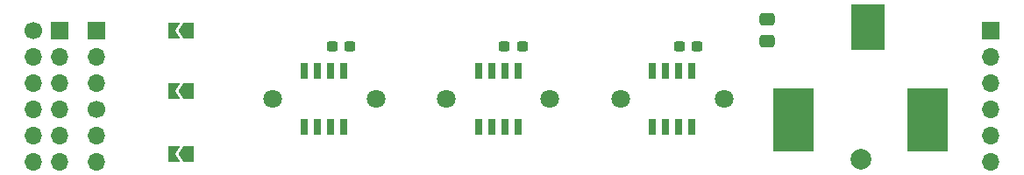
<source format=gbr>
%TF.GenerationSoftware,KiCad,Pcbnew,7.0.2*%
%TF.CreationDate,2023-10-31T00:40:57+09:00*%
%TF.ProjectId,Pmod_US_Speaker,506d6f64-5f55-4535-9f53-7065616b6572,rev?*%
%TF.SameCoordinates,Original*%
%TF.FileFunction,Soldermask,Top*%
%TF.FilePolarity,Negative*%
%FSLAX46Y46*%
G04 Gerber Fmt 4.6, Leading zero omitted, Abs format (unit mm)*
G04 Created by KiCad (PCBNEW 7.0.2) date 2023-10-31 00:40:57*
%MOMM*%
%LPD*%
G01*
G04 APERTURE LIST*
G04 Aperture macros list*
%AMRoundRect*
0 Rectangle with rounded corners*
0 $1 Rounding radius*
0 $2 $3 $4 $5 $6 $7 $8 $9 X,Y pos of 4 corners*
0 Add a 4 corners polygon primitive as box body*
4,1,4,$2,$3,$4,$5,$6,$7,$8,$9,$2,$3,0*
0 Add four circle primitives for the rounded corners*
1,1,$1+$1,$2,$3*
1,1,$1+$1,$4,$5*
1,1,$1+$1,$6,$7*
1,1,$1+$1,$8,$9*
0 Add four rect primitives between the rounded corners*
20,1,$1+$1,$2,$3,$4,$5,0*
20,1,$1+$1,$4,$5,$6,$7,0*
20,1,$1+$1,$6,$7,$8,$9,0*
20,1,$1+$1,$8,$9,$2,$3,0*%
%AMFreePoly0*
4,1,6,1.000000,0.000000,0.500000,-0.750000,-0.500000,-0.750000,-0.500000,0.750000,0.500000,0.750000,1.000000,0.000000,1.000000,0.000000,$1*%
%AMFreePoly1*
4,1,6,0.500000,-0.750000,-0.650000,-0.750000,-0.150000,0.000000,-0.650000,0.750000,0.500000,0.750000,0.500000,-0.750000,0.500000,-0.750000,$1*%
G04 Aperture macros list end*
%ADD10C,1.800000*%
%ADD11R,0.700000X1.525000*%
%ADD12RoundRect,0.250000X-0.475000X0.337500X-0.475000X-0.337500X0.475000X-0.337500X0.475000X0.337500X0*%
%ADD13R,1.700000X1.700000*%
%ADD14O,1.700000X1.700000*%
%ADD15RoundRect,0.237500X-0.300000X-0.237500X0.300000X-0.237500X0.300000X0.237500X-0.300000X0.237500X0*%
%ADD16C,2.000000*%
%ADD17R,3.300000X4.400000*%
%ADD18R,3.900000X6.200000*%
%ADD19C,1.700000*%
%ADD20FreePoly0,180.000000*%
%ADD21FreePoly1,180.000000*%
G04 APERTURE END LIST*
D10*
%TO.C,U1*%
X118618000Y-101600000D03*
X128618000Y-101600000D03*
%TD*%
D11*
%TO.C,IC1*%
X121713000Y-104312000D03*
X122983000Y-104312000D03*
X124253000Y-104312000D03*
X125523000Y-104312000D03*
X125523000Y-98888000D03*
X124253000Y-98888000D03*
X122983000Y-98888000D03*
X121713000Y-98888000D03*
%TD*%
D12*
%TO.C,C2*%
X166370000Y-93907700D03*
X166370000Y-95982700D03*
%TD*%
D11*
%TO.C,IC2*%
X138557000Y-104312000D03*
X139827000Y-104312000D03*
X141097000Y-104312000D03*
X142367000Y-104312000D03*
X142367000Y-98888000D03*
X141097000Y-98888000D03*
X139827000Y-98888000D03*
X138557000Y-98888000D03*
%TD*%
D13*
%TO.C,REF\u002A\u002A*%
X187960000Y-94996000D03*
D14*
X187960000Y-97536000D03*
X187960000Y-100076000D03*
X187960000Y-102616000D03*
X187960000Y-105156000D03*
X187960000Y-107696000D03*
%TD*%
D15*
%TO.C,C3*%
X140996500Y-96520000D03*
X142721500Y-96520000D03*
%TD*%
D16*
%TO.C,J2*%
X175414000Y-107432000D03*
D17*
X176114000Y-94632000D03*
D18*
X168964000Y-103632000D03*
X181864000Y-103632000D03*
%TD*%
D15*
%TO.C,C5*%
X157887500Y-96520000D03*
X159612500Y-96520000D03*
%TD*%
D11*
%TO.C,IC3*%
X155321000Y-104312000D03*
X156591000Y-104312000D03*
X157861000Y-104312000D03*
X159131000Y-104312000D03*
X159131000Y-98888000D03*
X157861000Y-98888000D03*
X156591000Y-98888000D03*
X155321000Y-98888000D03*
%TD*%
D10*
%TO.C,U3*%
X152226000Y-101600000D03*
X162226000Y-101600000D03*
%TD*%
%TO.C,U2*%
X135415000Y-101600000D03*
X145415000Y-101600000D03*
%TD*%
D19*
%TO.C,REF\u002A\u002A*%
X101600000Y-102616000D03*
D14*
X101600000Y-105156000D03*
X101600000Y-107696000D03*
%TD*%
D13*
%TO.C,J3*%
X101600000Y-94996000D03*
D14*
X101600000Y-97536000D03*
X101600000Y-100076000D03*
%TD*%
D13*
%TO.C,J1*%
X98043000Y-94996000D03*
D14*
X98043000Y-97536000D03*
X98043000Y-100076000D03*
X98043000Y-102616000D03*
X98043000Y-105156000D03*
X98043000Y-107696000D03*
D19*
X95503000Y-94996000D03*
D14*
X95503000Y-97536000D03*
X95503000Y-100076000D03*
X95503000Y-102616000D03*
X95503000Y-105156000D03*
X95503000Y-107696000D03*
%TD*%
D15*
%TO.C,C1*%
X124359500Y-96520000D03*
X126084500Y-96520000D03*
%TD*%
D20*
%TO.C,JP2*%
X110490000Y-100838000D03*
D21*
X109040000Y-100838000D03*
%TD*%
D20*
%TO.C,JP1*%
X110490000Y-106934000D03*
D21*
X109040000Y-106934000D03*
%TD*%
D20*
%TO.C,JP3*%
X110490000Y-94996000D03*
D21*
X109040000Y-94996000D03*
%TD*%
M02*

</source>
